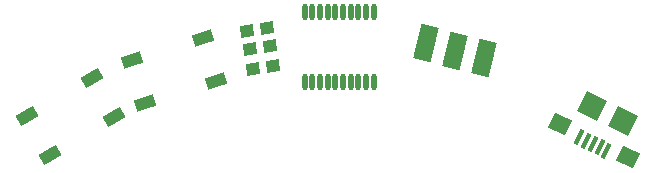
<source format=gbp>
G04*
G04 #@! TF.GenerationSoftware,Altium Limited,Altium Designer,20.1.12 (249)*
G04*
G04 Layer_Color=128*
%FSLAX25Y25*%
%MOIN*%
G70*
G04*
G04 #@! TF.SameCoordinates,7C2EAEED-1B34-4CDB-9279-0DCC4619808E*
G04*
G04*
G04 #@! TF.FilePolarity,Positive*
G04*
G01*
G75*
G04:AMPARAMS|DCode=34|XSize=43.31mil|YSize=39.37mil|CornerRadius=0mil|HoleSize=0mil|Usage=FLASHONLY|Rotation=8.800|XOffset=0mil|YOffset=0mil|HoleType=Round|Shape=Rectangle|*
%AMROTATEDRECTD34*
4,1,4,-0.01839,-0.02277,-0.02441,0.01614,0.01839,0.02277,0.02441,-0.01614,-0.01839,-0.02277,0.0*
%
%ADD34ROTATEDRECTD34*%

G04:AMPARAMS|DCode=181|XSize=66.93mil|YSize=39.37mil|CornerRadius=0mil|HoleSize=0mil|Usage=FLASHONLY|Rotation=30.000|XOffset=0mil|YOffset=0mil|HoleType=Round|Shape=Rectangle|*
%AMROTATEDRECTD181*
4,1,4,-0.01914,-0.03378,-0.03882,0.00032,0.01914,0.03378,0.03882,-0.00032,-0.01914,-0.03378,0.0*
%
%ADD181ROTATEDRECTD181*%

G04:AMPARAMS|DCode=182|XSize=66.93mil|YSize=39.37mil|CornerRadius=0mil|HoleSize=0mil|Usage=FLASHONLY|Rotation=17.580|XOffset=0mil|YOffset=0mil|HoleType=Round|Shape=Rectangle|*
%AMROTATEDRECTD182*
4,1,4,-0.02596,-0.02887,-0.03785,0.00866,0.02596,0.02887,0.03785,-0.00866,-0.02596,-0.02887,0.0*
%
%ADD182ROTATEDRECTD182*%

%ADD183P,0.10579X4X198.7*%
G04:AMPARAMS|DCode=184|XSize=62.99mil|YSize=55.12mil|CornerRadius=0mil|HoleSize=0mil|Usage=FLASHONLY|Rotation=153.660|XOffset=0mil|YOffset=0mil|HoleType=Round|Shape=Rectangle|*
%AMROTATEDRECTD184*
4,1,4,0.04045,0.01072,0.01600,-0.03867,-0.04045,-0.01072,-0.01600,0.03867,0.04045,0.01072,0.0*
%
%ADD184ROTATEDRECTD184*%

G04:AMPARAMS|DCode=185|XSize=15.75mil|YSize=53.15mil|CornerRadius=0mil|HoleSize=0mil|Usage=FLASHONLY|Rotation=153.660|XOffset=0mil|YOffset=0mil|HoleType=Round|Shape=Rectangle|*
%AMROTATEDRECTD185*
4,1,4,0.01885,0.02032,-0.00474,-0.02731,-0.01885,-0.02032,0.00474,0.02731,0.01885,0.02032,0.0*
%
%ADD185ROTATEDRECTD185*%

G04:AMPARAMS|DCode=186|XSize=59.06mil|YSize=118.11mil|CornerRadius=0mil|HoleSize=0mil|Usage=FLASHONLY|Rotation=166.000|XOffset=0mil|YOffset=0mil|HoleType=Round|Shape=Rectangle|*
%AMROTATEDRECTD186*
4,1,4,0.04294,0.05016,0.01436,-0.06444,-0.04294,-0.05016,-0.01436,0.06444,0.04294,0.05016,0.0*
%
%ADD186ROTATEDRECTD186*%

%ADD187O,0.01772X0.05512*%
D34*
X-24193Y183512D02*
D03*
X-30807Y182488D02*
D03*
X-23193Y177512D02*
D03*
X-29807Y176488D02*
D03*
X-21983Y170791D02*
D03*
X-28598Y169767D02*
D03*
D181*
X-82500Y166679D02*
D03*
X-75020Y153723D02*
D03*
X-96500Y141321D02*
D03*
X-103980Y154277D02*
D03*
D182*
X-45555Y180168D02*
D03*
X-41036Y165906D02*
D03*
X-64681Y158415D02*
D03*
X-69200Y172677D02*
D03*
D183*
X84384Y157533D02*
D03*
X94616Y152467D02*
D03*
D184*
X96336Y140413D02*
D03*
X73755Y151593D02*
D03*
D185*
X79891Y147127D02*
D03*
X89065Y142585D02*
D03*
X82184Y145992D02*
D03*
X86771Y143721D02*
D03*
X84478Y144856D02*
D03*
D186*
X28797Y178419D02*
D03*
X38500Y176000D02*
D03*
X48203Y173581D02*
D03*
D187*
X-11516Y188779D02*
D03*
X-8957D02*
D03*
X-6398D02*
D03*
X-3839D02*
D03*
X-1280D02*
D03*
X1280D02*
D03*
X3839D02*
D03*
X6398D02*
D03*
X8957D02*
D03*
X11516D02*
D03*
X-11516Y165551D02*
D03*
X-8957D02*
D03*
X-6398D02*
D03*
X-3839D02*
D03*
X-1280D02*
D03*
X1280D02*
D03*
X3839D02*
D03*
X6398D02*
D03*
X8957D02*
D03*
X11516D02*
D03*
M02*

</source>
